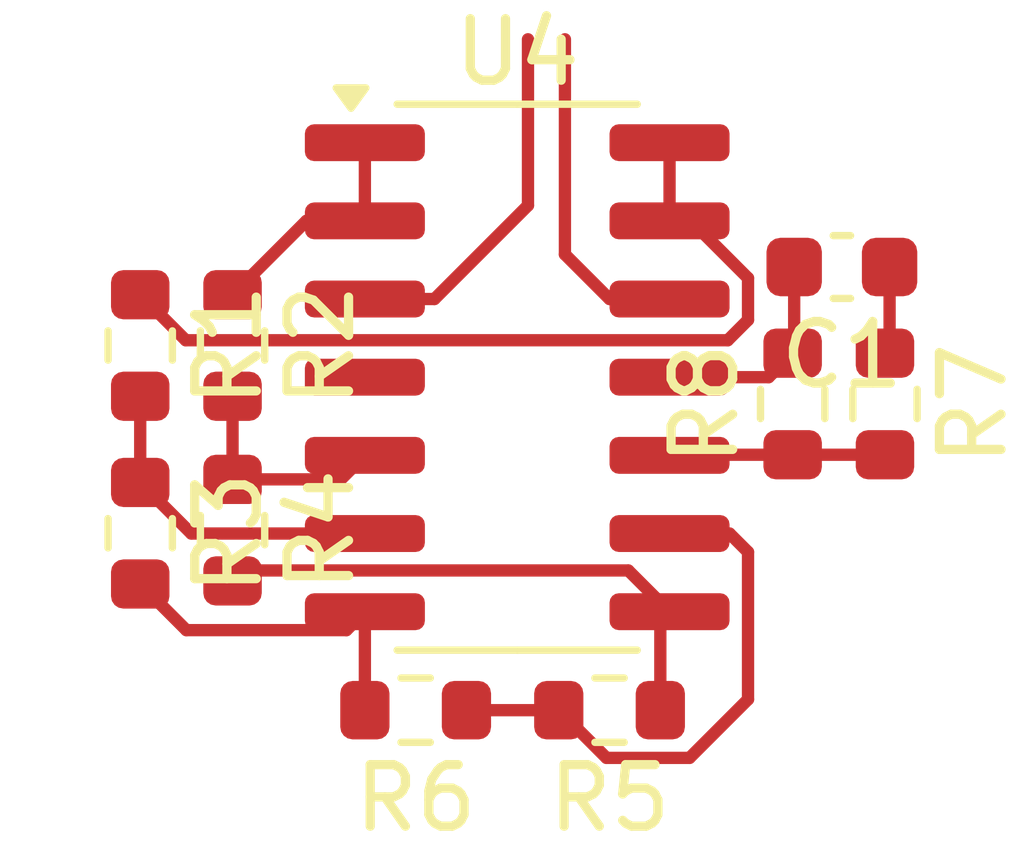
<source format=kicad_pcb>
(kicad_pcb (version 20240108) (generator "pcbnew") (generator_version "8.0")
  (layers (0 "F.Cu" signal) (31 "B.Cu" signal) (34 "B.Paste" user) (35 "F.Paste" user) (36 "B.SilkS" user "B.Silkscreen") (37 "F.SilkS" user "F.Silkscreen") (38 "B.Mask" user) (39 "F.Mask" user) (44 "Edge.Cuts" user))
  (net 0 "")
  (net 1 "+3.3V")
  (net 2 "GND")
  (net 3 "Net-(U4B--)")
  (net 4 "AN_BUF")
  (net 5 "Net-(U4B-+)")
  (net 6 "AP_BUF")
  (net 7 "Net-(R3-Pad2)")
  (net 8 "Net-(R4-Pad2)")
  (net 9 "AN")
  (net 10 "AP")
  (net 11 "Net-(U4C-+)")
  (net 12 "Net-(U4C--)")
  (footprint "Resistor_SMD:R_0603_1608Metric" (layer "F.Cu") (at 109.825 76.4 180)
    (property "Reference" "R5" (at 0 -1.43 360) (layer "F.SilkS"))
    (property "Value" "R")
    (fp_line (start -0.237258 0.5225) (end 0.237258 0.5225) (stroke (width 0.12)) (layer "F.SilkS"))
    (fp_line (start -0.237258 -0.5225) (end 0.237258 -0.5225) (stroke (width 0.12)) (layer "F.SilkS"))
    (pad "1" smd roundrect (at -0.825 0 180) (size 0.8 0.95) (layers "F.Cu" "F.Paste" "F.Mask") (net 8 "Net-(R4-Pad2)"))
    (pad "2" smd roundrect (at 0.825 0 180) (size 0.8 0.95) (layers "F.Cu" "F.Paste" "F.Mask") (net 12 "Net-(U4C--)"))
  )
  (footprint "Resistor_SMD:R_0603_1608Metric" (layer "F.Cu") (at 114.3 71.425 -90)
    (property "Reference" "R7" (at 0 -1.43 90) (layer "F.SilkS"))
    (property "Value" "R")
    (fp_line (start -0.237258 0.5225) (end 0.237258 0.5225) (stroke (width 0.12)) (layer "F.SilkS"))
    (fp_line (start -0.237258 -0.5225) (end 0.237258 -0.5225) (stroke (width 0.12)) (layer "F.SilkS"))
    (pad "1" smd roundrect (at -0.825 0 270) (size 0.8 0.95) (layers "F.Cu" "F.Paste" "F.Mask") (net 1 "+3.3V"))
    (pad "2" smd roundrect (at 0.825 0 270) (size 0.8 0.95) (layers "F.Cu" "F.Paste" "F.Mask") (net 11 "Net-(U4C-+)"))
  )
  (footprint "Resistor_SMD:R_0603_1608Metric" (layer "F.Cu") (at 103.7 73.475 -90)
    (property "Reference" "R4" (at 0 -1.43 90) (layer "F.SilkS"))
    (property "Value" "R")
    (fp_line (start -0.237258 0.5225) (end 0.237258 0.5225) (stroke (width 0.12)) (layer "F.SilkS"))
    (fp_line (start -0.237258 -0.5225) (end 0.237258 -0.5225) (stroke (width 0.12)) (layer "F.SilkS"))
    (pad "1" smd roundrect (at -0.825 0 270) (size 0.8 0.95) (layers "F.Cu" "F.Paste" "F.Mask") (net 5 "Net-(U4B-+)"))
    (pad "2" smd roundrect (at 0.825 0 270) (size 0.8 0.95) (layers "F.Cu" "F.Paste" "F.Mask") (net 8 "Net-(R4-Pad2)"))
  )
  (footprint "Resistor_SMD:R_0603_1608Metric" (layer "F.Cu") (at 102.2 73.525 -90)
    (property "Reference" "R3" (at 0 -1.43 90) (layer "F.SilkS"))
    (property "Value" "R")
    (fp_line (start -0.237258 0.5225) (end 0.237258 0.5225) (stroke (width 0.12)) (layer "F.SilkS"))
    (fp_line (start -0.237258 -0.5225) (end 0.237258 -0.5225) (stroke (width 0.12)) (layer "F.SilkS"))
    (pad "1" smd roundrect (at -0.825 0 270) (size 0.8 0.95) (layers "F.Cu" "F.Paste" "F.Mask") (net 3 "Net-(U4B--)"))
    (pad "2" smd roundrect (at 0.825 0 270) (size 0.8 0.95) (layers "F.Cu" "F.Paste" "F.Mask") (net 7 "Net-(R3-Pad2)"))
  )
  (footprint "Resistor_SMD:R_0603_1608Metric" (layer "F.Cu") (at 106.675 76.4 180)
    (property "Reference" "R6" (at 0 -1.43 360) (layer "F.SilkS"))
    (property "Value" "R")
    (fp_line (start -0.237258 0.5225) (end 0.237258 0.5225) (stroke (width 0.12)) (layer "F.SilkS"))
    (fp_line (start -0.237258 -0.5225) (end 0.237258 -0.5225) (stroke (width 0.12)) (layer "F.SilkS"))
    (pad "1" smd roundrect (at -0.825 0 180) (size 0.8 0.95) (layers "F.Cu" "F.Paste" "F.Mask") (net 12 "Net-(U4C--)"))
    (pad "2" smd roundrect (at 0.825 0 180) (size 0.8 0.95) (layers "F.Cu" "F.Paste" "F.Mask") (net 7 "Net-(R3-Pad2)"))
  )
  (footprint "Resistor_SMD:R_0603_1608Metric" (layer "F.Cu") (at 103.7 70.475 -90)
    (property "Reference" "R2" (at 0 -1.43 90) (layer "F.SilkS"))
    (property "Value" "R")
    (fp_line (start -0.237258 0.5225) (end 0.237258 0.5225) (stroke (width 0.12)) (layer "F.SilkS"))
    (fp_line (start -0.237258 -0.5225) (end 0.237258 -0.5225) (stroke (width 0.12)) (layer "F.SilkS"))
    (pad "1" smd roundrect (at -0.825 0 270) (size 0.8 0.95) (layers "F.Cu" "F.Paste" "F.Mask") (net 6 "AP_BUF"))
    (pad "2" smd roundrect (at 0.825 0 270) (size 0.8 0.95) (layers "F.Cu" "F.Paste" "F.Mask") (net 5 "Net-(U4B-+)"))
  )
  (footprint "Resistor_SMD:R_0603_1608Metric" (layer "F.Cu") (at 112.8 71.425 90)
    (property "Reference" "R8" (at 0 -1.43 90) (layer "F.SilkS"))
    (property "Value" "R")
    (fp_line (start -0.237258 -0.5225) (end 0.237258 -0.5225) (stroke (width 0.12)) (layer "F.SilkS"))
    (fp_line (start -0.237258 0.5225) (end 0.237258 0.5225) (stroke (width 0.12)) (layer "F.SilkS"))
    (pad "1" smd roundrect (at -0.825 0 90) (size 0.8 0.95) (layers "F.Cu" "F.Paste" "F.Mask") (net 11 "Net-(U4C-+)"))
    (pad "2" smd roundrect (at 0.825 0 90) (size 0.8 0.95) (layers "F.Cu" "F.Paste" "F.Mask") (net 2 "GND"))
  )
  (footprint "Resistor_SMD:R_0603_1608Metric" (layer "F.Cu") (at 102.2 70.475 -90)
    (property "Reference" "R1" (at 0 -1.43 90) (layer "F.SilkS"))
    (property "Value" "R")
    (fp_line (start -0.237258 0.5225) (end 0.237258 0.5225) (stroke (width 0.12)) (layer "F.SilkS"))
    (fp_line (start -0.237258 -0.5225) (end 0.237258 -0.5225) (stroke (width 0.12)) (layer "F.SilkS"))
    (pad "1" smd roundrect (at -0.825 0 270) (size 0.8 0.95) (layers "F.Cu" "F.Paste" "F.Mask") (net 4 "AN_BUF"))
    (pad "2" smd roundrect (at 0.825 0 270) (size 0.8 0.95) (layers "F.Cu" "F.Paste" "F.Mask") (net 3 "Net-(U4B--)"))
  )
  (footprint "Capacitor_SMD:C_0603_1608Metric" (layer "F.Cu") (at 113.6 69.2 180)
    (property "Reference" "C1" (at 0 -1.43 360) (layer "F.SilkS"))
    (property "Value" "C")
    (fp_line (start -0.140581 0.51) (end 0.140581 0.51) (stroke (width 0.12)) (layer "F.SilkS"))
    (fp_line (start -0.140581 -0.51) (end 0.140581 -0.51) (stroke (width 0.12)) (layer "F.SilkS"))
    (pad "1" smd roundrect (at -0.775 0 180) (size 0.9 0.95) (layers "F.Cu" "F.Paste" "F.Mask") (net 1 "+3.3V"))
    (pad "2" smd roundrect (at 0.775 0 180) (size 0.9 0.95) (layers "F.Cu" "F.Paste" "F.Mask") (net 2 "GND"))
  )
  (footprint "Package_SO:SOIC-14_3.9x8.7mm_P1.27mm" (layer "F.Cu") (at 108.325 70.99)
    (property "Reference" "U4" (at 0 -5.28 0) (layer "F.SilkS"))
    (property "Value" "Opamp_Quad")
    (fp_line (start 0 -4.435) (end -1.95 -4.435) (stroke (width 0.12)) (layer "F.SilkS"))
    (fp_line (start 0 -4.435) (end 1.95 -4.435) (stroke (width 0.12)) (layer "F.SilkS"))
    (fp_line (start 0 4.435) (end -1.95 4.435) (stroke (width 0.12)) (layer "F.SilkS"))
    (fp_line (start 0 4.435) (end 1.95 4.435) (stroke (width 0.12)) (layer "F.SilkS"))
    (fp_poly (pts (xy -2.7 -4.37) (xy -2.94 -4.7) (xy -2.46 -4.7) (xy -2.7 -4.37)) (stroke (width 0.12)) (fill solid) (layer "F.SilkS"))
    (pad "1" smd roundrect (at -2.475 -3.81) (size 1.95 0.6) (layers "F.Cu" "F.Paste" "F.Mask") (net 6 "AP_BUF"))
    (pad "2" smd roundrect (at -2.475 -2.54) (size 1.95 0.6) (layers "F.Cu" "F.Paste" "F.Mask") (net 6 "AP_BUF"))
    (pad "3" smd roundrect (at -2.475 -1.27) (size 1.95 0.6) (layers "F.Cu" "F.Paste" "F.Mask") (net 10 "AP"))
    (pad "4" smd roundrect (at -2.475 0) (size 1.95 0.6) (layers "F.Cu" "F.Paste" "F.Mask") (net 1 "+3.3V"))
    (pad "5" smd roundrect (at -2.475 1.27) (size 1.95 0.6) (layers "F.Cu" "F.Paste" "F.Mask") (net 5 "Net-(U4B-+)"))
    (pad "6" smd roundrect (at -2.475 2.54) (size 1.95 0.6) (layers "F.Cu" "F.Paste" "F.Mask") (net 3 "Net-(U4B--)"))
    (pad "7" smd roundrect (at -2.475 3.81) (size 1.95 0.6) (layers "F.Cu" "F.Paste" "F.Mask") (net 7 "Net-(R3-Pad2)"))
    (pad "8" smd roundrect (at 2.475 3.81) (size 1.95 0.6) (layers "F.Cu" "F.Paste" "F.Mask") (net 8 "Net-(R4-Pad2)"))
    (pad "9" smd roundrect (at 2.475 2.54) (size 1.95 0.6) (layers "F.Cu" "F.Paste" "F.Mask") (net 12 "Net-(U4C--)"))
    (pad "10" smd roundrect (at 2.475 1.27) (size 1.95 0.6) (layers "F.Cu" "F.Paste" "F.Mask") (net 11 "Net-(U4C-+)"))
    (pad "11" smd roundrect (at 2.475 0) (size 1.95 0.6) (layers "F.Cu" "F.Paste" "F.Mask") (net 2 "GND"))
    (pad "12" smd roundrect (at 2.475 -1.27) (size 1.95 0.6) (layers "F.Cu" "F.Paste" "F.Mask") (net 9 "AN"))
    (pad "13" smd roundrect (at 2.475 -2.54) (size 1.95 0.6) (layers "F.Cu" "F.Paste" "F.Mask") (net 4 "AN_BUF"))
    (pad "14" smd roundrect (at 2.475 -3.81) (size 1.95 0.6) (layers "F.Cu" "F.Paste" "F.Mask") (net 4 "AN_BUF"))
  )
  (segment (start 114.375 70.525) (end 114.3 70.6) (width 0.2) (layer "F.Cu") (net 1))
  (segment (start 114.375 69.2) (end 114.375 70.525) (width 0.2) (layer "F.Cu") (net 1))
  (segment (start 112.41 70.99) (end 110.8 70.99) (width 0.2) (layer "F.Cu") (net 2))
  (segment (start 112.825 70.575) (end 112.8 70.6) (width 0.2) (layer "F.Cu") (net 2))
  (segment (start 112.8 70.6) (end 112.41 70.99) (width 0.2) (layer "F.Cu") (net 2))
  (segment (start 112.825 69.2) (end 112.825 70.575) (width 0.2) (layer "F.Cu") (net 2))
  (segment (start 103.03 73.53) (end 105.85 73.53) (width 0.2) (layer "F.Cu") (net 3))
  (segment (start 102.2 72.7) (end 103.03 73.53) (width 0.2) (layer "F.Cu") (net 3))
  (segment (start 102.2 71.3) (end 102.2 72.7) (width 0.2) (layer "F.Cu") (net 3))
  (segment (start 111.145552 68.45) (end 112.075 69.379448) (width 0.2) (layer "F.Cu") (net 4))
  (segment (start 110.8 68.45) (end 111.145552 68.45) (width 0.2) (layer "F.Cu") (net 4))
  (segment (start 102.94 70.39) (end 102.2 69.65) (width 0.2) (layer "F.Cu") (net 4))
  (segment (start 112.075 69.379448) (end 112.075 70.060552) (width 0.2) (layer "F.Cu") (net 4))
  (segment (start 112.075 70.060552) (end 111.745552 70.39) (width 0.2) (layer "F.Cu") (net 4))
  (segment (start 111.745552 70.39) (end 102.94 70.39) (width 0.2) (layer "F.Cu") (net 4))
  (segment (start 110.8 68.45) (end 110.8 67.18) (width 0.2) (layer "F.Cu") (net 4))
  (segment (start 103.7 71.3) (end 103.7 72.65) (width 0.2) (layer "F.Cu") (net 5))
  (segment (start 103.7 72.65) (end 105.46 72.65) (width 0.2) (layer "F.Cu") (net 5))
  (segment (start 105.46 72.65) (end 105.85 72.26) (width 0.2) (layer "F.Cu") (net 5))
  (segment (start 105.85 67.18) (end 105.85 68.45) (width 0.2) (layer "F.Cu") (net 6))
  (segment (start 105.85 68.45) (end 104.9 68.45) (width 0.2) (layer "F.Cu") (net 6))
  (segment (start 104.9 68.45) (end 103.7 69.65) (width 0.2) (layer "F.Cu") (net 6))
  (segment (start 105.85 74.8) (end 105.85 76.4) (width 0.2) (layer "F.Cu") (net 7))
  (segment (start 102.2 74.35) (end 102.95 75.1) (width 0.2) (layer "F.Cu") (net 7))
  (segment (start 105.55 75.1) (end 105.85 74.8) (width 0.2) (layer "F.Cu") (net 7))
  (segment (start 102.95 75.1) (end 105.55 75.1) (width 0.2) (layer "F.Cu") (net 7))
  (segment (start 110.65 74.95) (end 110.8 74.8) (width 0.2) (layer "F.Cu") (net 8))
  (segment (start 110.13 74.13) (end 103.87 74.13) (width 0.2) (layer "F.Cu") (net 8))
  (segment (start 110.65 76.4) (end 110.65 74.95) (width 0.2) (layer "F.Cu") (net 8))
  (segment (start 103.87 74.13) (end 103.7 74.3) (width 0.2) (layer "F.Cu") (net 8))
  (segment (start 110.8 74.8) (end 110.13 74.13) (width 0.2) (layer "F.Cu") (net 8))
  (segment (start 109.825001 69.72) (end 109.1 68.994999) (width 0.2) (layer "F.Cu") (net 9))
  (segment (start 109.1 68.994999) (end 109.1 65.5) (width 0.2) (layer "F.Cu") (net 9))
  (segment (start 110.8 69.72) (end 109.825001 69.72) (width 0.2) (layer "F.Cu") (net 9))
  (segment (start 105.85 69.72) (end 106.98 69.72) (width 0.2) (layer "F.Cu") (net 10))
  (segment (start 106.98 69.72) (end 108.5 68.2) (width 0.2) (layer "F.Cu") (net 10))
  (segment (start 108.5 68.2) (end 108.5 65.5) (width 0.2) (layer "F.Cu") (net 10))
  (segment (start 114.3 72.25) (end 110.81 72.25) (width 0.2) (layer "F.Cu") (net 11))
  (segment (start 110.81 72.25) (end 110.8 72.26) (width 0.2) (layer "F.Cu") (net 11))
  (segment (start 111.125 77.175) (end 109.775 77.175) (width 0.2) (layer "F.Cu") (net 12))
  (segment (start 112.075 76.225) (end 111.125 77.175) (width 0.2) (layer "F.Cu") (net 12))
  (segment (start 107.5 76.4) (end 109 76.4) (width 0.2) (layer "F.Cu") (net 12))
  (segment (start 109.775 77.175) (end 109 76.4) (width 0.2) (layer "F.Cu") (net 12))
  (segment (start 110.8 73.53) (end 111.774999 73.53) (width 0.2) (layer "F.Cu") (net 12))
  (segment (start 112.075 73.830001) (end 112.075 76.225) (width 0.2) (layer "F.Cu") (net 12))
  (segment (start 111.774999 73.53) (end 112.075 73.830001) (width 0.2) (layer "F.Cu") (net 12))
)
</source>
